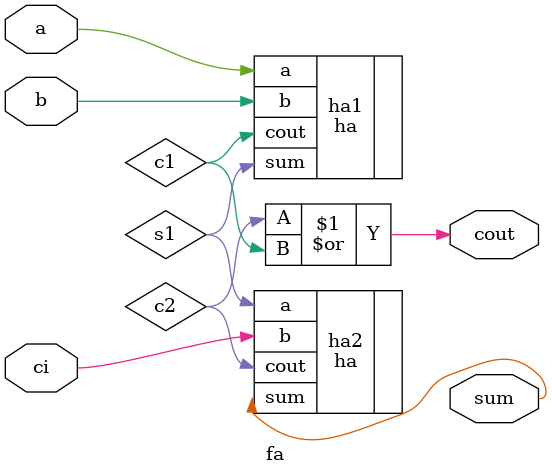
<source format=v>
module fa(
input a,b,ci,
output sum,cout
);

wire s1,c2,c1;

ha ha1 (.a(a),.b(b),.sum(s1),.cout(c1));
ha ha2 (.a(s1),.b(ci),.sum(sum),.cout(c2));
or gate1 (cout,c2,c1);

endmodule

</source>
